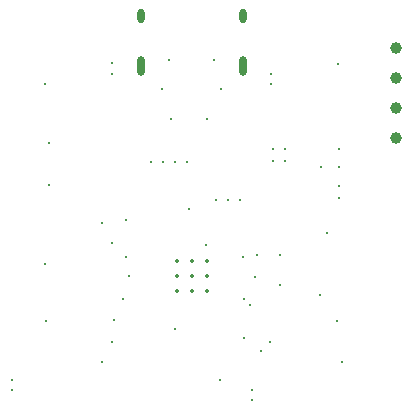
<source format=gbr>
%TF.GenerationSoftware,KiCad,Pcbnew,7.0.1*%
%TF.CreationDate,2023-05-12T00:48:00+01:00*%
%TF.ProjectId,MoonPad,4d6f6f6e-5061-4642-9e6b-696361645f70,rev?*%
%TF.SameCoordinates,Original*%
%TF.FileFunction,Plated,1,4,PTH,Mixed*%
%TF.FilePolarity,Positive*%
%FSLAX46Y46*%
G04 Gerber Fmt 4.6, Leading zero omitted, Abs format (unit mm)*
G04 Created by KiCad (PCBNEW 7.0.1) date 2023-05-12 00:48:00*
%MOMM*%
%LPD*%
G01*
G04 APERTURE LIST*
%TA.AperFunction,ViaDrill*%
%ADD10C,0.300000*%
%TD*%
%TA.AperFunction,ComponentDrill*%
%ADD11C,0.350000*%
%TD*%
G04 aperture for slot hole*
%TA.AperFunction,ComponentDrill*%
%ADD12O,0.600000X1.200000*%
%TD*%
G04 aperture for slot hole*
%TA.AperFunction,ComponentDrill*%
%ADD13O,0.600000X1.700000*%
%TD*%
%TA.AperFunction,ComponentDrill*%
%ADD14C,1.000000*%
%TD*%
G04 APERTURE END LIST*
D10*
X162560000Y-110363000D03*
X162560000Y-111252000D03*
X165368000Y-85330000D03*
X165368000Y-100570000D03*
X165481000Y-105410000D03*
X165771102Y-90272001D03*
X165771102Y-93827998D03*
X170213100Y-97075125D03*
X170240000Y-108894135D03*
X171069000Y-83566000D03*
X171069000Y-84455000D03*
X171069000Y-98806000D03*
X171069000Y-107188000D03*
X171196000Y-105283000D03*
X171958000Y-103505000D03*
X172212000Y-96870700D03*
X172240000Y-99921000D03*
X172466000Y-101600000D03*
X174371000Y-91948000D03*
X175310800Y-85775800D03*
X175387000Y-91948000D03*
X175895000Y-83312000D03*
X176022000Y-88315000D03*
X176403000Y-91948000D03*
X176437289Y-106070887D03*
X177419000Y-91948000D03*
X177600000Y-95885000D03*
X179003371Y-98977451D03*
X179070000Y-88315000D03*
X179705000Y-83312000D03*
X179832000Y-95123000D03*
X180213000Y-110363000D03*
X180263800Y-85775800D03*
X180848000Y-95123000D03*
X181864000Y-95123000D03*
X182176900Y-99998100D03*
X182245000Y-103505000D03*
X182245000Y-106807000D03*
X182753000Y-104002018D03*
X182880000Y-111252000D03*
X182880000Y-112103903D03*
X183134000Y-101628000D03*
X183360000Y-99794000D03*
X183642000Y-107950000D03*
X184404000Y-107188000D03*
X184531000Y-84455000D03*
X184531000Y-85344000D03*
X184657999Y-90804999D03*
X184658001Y-91820999D03*
X185293001Y-99822001D03*
X185293002Y-102362000D03*
X185673999Y-91820999D03*
X185674001Y-90804999D03*
X188671200Y-103174800D03*
X188722000Y-92329000D03*
X189260000Y-97947000D03*
X190119000Y-105410000D03*
X190232000Y-83580000D03*
X190246000Y-92328997D03*
X190246000Y-94995996D03*
X190246001Y-90804999D03*
X190246002Y-93979996D03*
X190560000Y-108894135D03*
D11*
%TO.C,U3*%
X176525000Y-100325000D03*
X176525000Y-101600000D03*
X176525000Y-102875000D03*
X177800000Y-100325000D03*
X177800000Y-101600000D03*
X177800000Y-102875000D03*
X179075000Y-100325000D03*
X179075000Y-101600000D03*
X179075000Y-102875000D03*
D12*
%TO.C,J3*%
X173480000Y-79595000D03*
D13*
X173480000Y-83775000D03*
D12*
X182120000Y-79595000D03*
D13*
X182120000Y-83775000D03*
D14*
%TO.C,J1*%
X195072000Y-82286000D03*
X195072000Y-84826000D03*
X195072000Y-87366000D03*
X195072000Y-89906000D03*
M02*

</source>
